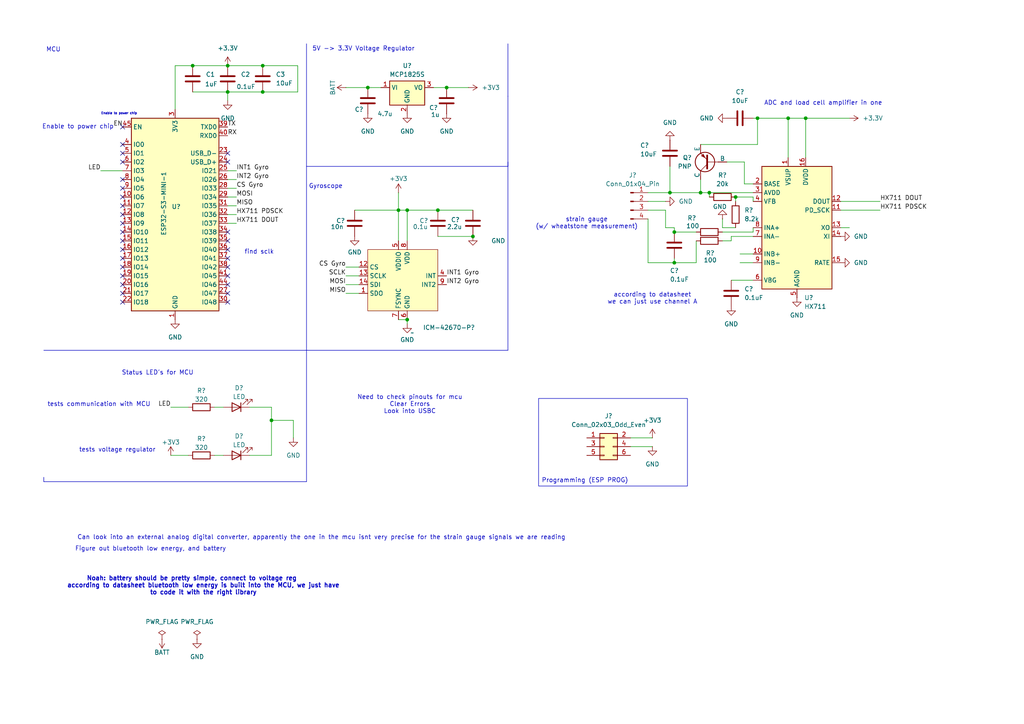
<source format=kicad_sch>
(kicad_sch (version 20250114) (generator "eeschema") (generator_version "9.0")
  (paper "A4")
  (lib_symbols
    (symbol "0_pwrmtr:ICM-42670-P"
      (property "Reference" "ICM-42670-P" (at -21.59 12.7 0))
      (symbol "ICM-42670-P_1_1"
        (rectangle (start -10.16 8.89) (end 10.16 -8.89) (fill (type background)))
        (pin input line (at -12.7 3.81 0) (length 2.54) (name "CS") (number "12"))
        (pin input line (at -12.7 1.27 0) (length 2.54) (name "SCLK") (number "13"))
        (pin input line (at -12.7 -1.27 0) (length 2.54) (name "SDI") (number "14"))
        (pin input line (at -12.7 -3.81 0) (length 2.54) (name "SDO") (number "1"))
        (pin no_connect line (at -7.62 11.43 270) (length 2.54) (hide yes) (name "NC") (number "2"))
        (pin no_connect line (at -5.08 11.43 270) (length 2.54) (hide yes) (name "NC") (number "3"))
        (pin input line (at -1.27 11.43 270) (length 2.54) (name "VDDIO") (number "5"))
        (pin input line (at -1.27 -11.43 90) (length 2.54) (name "FSYNC") (number "7"))
        (pin input line (at 1.27 11.43 270) (length 2.54) (name "VDD") (number "8"))
        (pin input line (at 1.27 -11.43 90) (length 2.54) (name "GND") (number "6"))
        (pin no_connect line (at 5.08 11.43 270) (length 2.54) (hide yes) (name "NC") (number "10"))
        (pin no_connect line (at 7.62 11.43 270) (length 2.54) (hide yes) (name "NC") (number "11"))
        (pin input line (at 12.7 1.27 180) (length 2.54) (name "INT") (number "4"))
        (pin input line (at 12.7 -1.27 180) (length 2.54) (name "INT2") (number "9"))
      )
    )
    (symbol "Analog_ADC:HX711"
      (property "Reference" "U" (at 5.08 21.59 0))
      (property "Value" "HX711" (at 7.62 19.05 0))
      (symbol "HX711_0_1"
        (rectangle (start -10.16 17.78) (end 10.16 -17.78) (stroke (width 0.254)) (fill (type background)))
      )
      (symbol "HX711_1_1"
        (pin passive line (at -12.7 12.7 0) (length 2.54) (name "BASE") (number "2"))
        (pin power_in line (at -12.7 10.16 0) (length 2.54) (name "AVDD") (number "3"))
        (pin input line (at -12.7 7.62 0) (length 2.54) (name "VFB") (number "4"))
        (pin input line (at -12.7 0 0) (length 2.54) (name "INA+") (number "8"))
        (pin input line (at -12.7 -2.54 0) (length 2.54) (name "INA-") (number "7"))
        (pin input line (at -12.7 -7.62 0) (length 2.54) (name "INB+") (number "10"))
        (pin input line (at -12.7 -10.16 0) (length 2.54) (name "INB-") (number "9"))
        (pin passive line (at -12.7 -15.24 0) (length 2.54) (name "VBG") (number "6"))
        (pin power_in line (at -2.54 20.32 270) (length 2.54) (name "VSUP") (number "1"))
        (pin power_in line (at 0 -20.32 90) (length 2.54) (name "AGND") (number "5"))
        (pin power_in line (at 2.54 20.32 270) (length 2.54) (name "DVDD") (number "16"))
        (pin output line (at 12.7 7.62 180) (length 2.54) (name "DOUT") (number "12"))
        (pin input line (at 12.7 5.08 180) (length 2.54) (name "PD_SCK") (number "11"))
        (pin passive line (at 12.7 0 180) (length 2.54) (name "XO") (number "13"))
        (pin passive line (at 12.7 -2.54 180) (length 2.54) (name "XI") (number "14"))
        (pin input line (at 12.7 -10.16 180) (length 2.54) (name "RATE") (number "15"))
      )
    )
    (symbol "Connector:Conn_01x04_Pin" (pin_names (offset 1.016) (hide yes))
      (property "Reference" "J" (at 0 5.08 0))
      (property "Value" "Conn_01x04_Pin" (at 0 -7.62 0))
      (symbol "Conn_01x04_Pin_1_1"
        (rectangle (start 0.8636 2.667) (end 0 2.413) (stroke (width 0.1524)) (fill (type outline)))
        (rectangle (start 0.8636 0.127) (end 0 -0.127) (stroke (width 0.1524)) (fill (type outline)))
        (rectangle (start 0.8636 -2.413) (end 0 -2.667) (stroke (width 0.1524)) (fill (type outline)))
        (rectangle (start 0.8636 -4.953) (end 0 -5.207) (stroke (width 0.1524)) (fill (type outline)))
        (polyline (pts (xy 1.27 2.54) (xy 0.8636 2.54)) (stroke (width 0.1524)))
        (polyline (pts (xy 1.27 0) (xy 0.8636 0)) (stroke (width 0.1524)))
        (polyline (pts (xy 1.27 -2.54) (xy 0.8636 -2.54)) (stroke (width 0.1524)))
        (polyline (pts (xy 1.27 -5.08) (xy 0.8636 -5.08)) (stroke (width 0.1524)))
        (pin passive line (at 5.08 2.54 180) (length 3.81) (name "Pin_1") (number "1"))
        (pin passive line (at 5.08 0 180) (length 3.81) (name "Pin_2") (number "2"))
        (pin passive line (at 5.08 -2.54 180) (length 3.81) (name "Pin_3") (number "3"))
        (pin passive line (at 5.08 -5.08 180) (length 3.81) (name "Pin_4") (number "4"))
      )
    )
    (symbol "Connector_Generic:Conn_02x03_Odd_Even" (pin_names (offset 1.016) (hide yes))
      (property "Reference" "J" (at 1.27 5.08 0))
      (property "Value" "Conn_02x03_Odd_Even" (at 1.27 -5.08 0))
      (symbol "Conn_02x03_Odd_Even_1_1"
        (rectangle (start -1.27 3.81) (end 3.81 -3.81) (stroke (width 0.254)) (fill (type background)))
        (rectangle (start -1.27 2.667) (end 0 2.413) (stroke (width 0.1524)))
        (rectangle (start -1.27 0.127) (end 0 -0.127) (stroke (width 0.1524)))
        (rectangle (start -1.27 -2.413) (end 0 -2.667) (stroke (width 0.1524)))
        (rectangle (start 3.81 2.667) (end 2.54 2.413) (stroke (width 0.1524)))
        (rectangle (start 3.81 0.127) (end 2.54 -0.127) (stroke (width 0.1524)))
        (rectangle (start 3.81 -2.413) (end 2.54 -2.667) (stroke (width 0.1524)))
        (pin passive line (at -5.08 2.54 0) (length 3.81) (name "Pin_1") (number "1"))
        (pin passive line (at -5.08 0 0) (length 3.81) (name "Pin_3") (number "3"))
        (pin passive line (at -5.08 -2.54 0) (length 3.81) (name "Pin_5") (number "5"))
        (pin passive line (at 7.62 2.54 180) (length 3.81) (name "Pin_2") (number "2"))
        (pin passive line (at 7.62 0 180) (length 3.81) (name "Pin_4") (number "4"))
        (pin passive line (at 7.62 -2.54 180) (length 3.81) (name "Pin_6") (number "6"))
      )
    )
    (symbol "Device:C" (pin_numbers (hide yes)) (pin_names (offset 0.254))
      (property "Reference" "C" (at 0.635 2.54 0))
      (property "Value" "C" (at 0.635 -2.54 0))
      (symbol "C_0_1"
        (polyline (pts (xy -2.032 0.762) (xy 2.032 0.762)) (stroke (width 0.508)))
        (polyline (pts (xy -2.032 -0.762) (xy 2.032 -0.762)) (stroke (width 0.508)))
      )
      (symbol "C_1_1"
        (pin passive line (at 0 3.81 270) (length 2.794) (name "~") (number "1"))
        (pin passive line (at 0 -3.81 90) (length 2.794) (name "~") (number "2"))
      )
    )
    (symbol "Device:LED" (pin_numbers (hide yes)) (pin_names (offset 1.016) (hide yes))
      (property "Reference" "D" (at 0 2.54 0))
      (property "Value" "LED" (at 0 -2.54 0))
      (symbol "LED_0_1"
        (polyline (pts (xy -3.048 -0.762) (xy -4.572 -2.286) (xy -3.81 -2.286) (xy -4.572 -2.286) (xy -4.572 -1.524)))
        (polyline (pts (xy -1.778 -0.762) (xy -3.302 -2.286) (xy -2.54 -2.286) (xy -3.302 -2.286) (xy -3.302 -1.524)))
        (polyline (pts (xy -1.27 0) (xy 1.27 0)))
        (polyline (pts (xy -1.27 -1.27) (xy -1.27 1.27)) (stroke (width 0.254)))
        (polyline (pts (xy 1.27 -1.27) (xy 1.27 1.27) (xy -1.27 0) (xy 1.27 -1.27)) (stroke (width 0.254)))
      )
      (symbol "LED_1_1"
        (pin passive line (at -3.81 0 0) (length 2.54) (name "K") (number "1"))
        (pin passive line (at 3.81 0 180) (length 2.54) (name "A") (number "2"))
      )
    )
    (symbol "Device:R" (pin_numbers (hide yes)) (pin_names (offset 0))
      (property "Reference" "R" (at 2.032 0 90))
      (property "Value" "R" (at 0 0 90))
      (symbol "R_0_1"
        (rectangle (start -1.016 -2.54) (end 1.016 2.54) (stroke (width 0.254)))
      )
      (symbol "R_1_1"
        (pin passive line (at 0 3.81 270) (length 1.27) (name "~") (number "1"))
        (pin passive line (at 0 -3.81 90) (length 1.27) (name "~") (number "2"))
      )
    )
    (symbol "RF_Module:ESP32-S3-MINI-1"
      (property "Reference" "U" (at -11.43 29.21 0))
      (property "Value" "ESP32-S3-MINI-1" (at 12.7 29.21 0))
      (symbol "ESP32-S3-MINI-1_0_1"
        (rectangle (start -12.7 27.94) (end 12.7 -27.94) (stroke (width 0.254)) (fill (type background)))
      )
      (symbol "ESP32-S3-MINI-1_1_1"
        (pin input line (at -15.24 25.4 0) (length 2.54) (name "EN") (number "45"))
        (pin bidirectional line (at -15.24 20.32 0) (length 2.54) (name "IO0") (number "4"))
        (pin bidirectional line (at -15.24 17.78 0) (length 2.54) (name "IO1") (number "5"))
        (pin bidirectional line (at -15.24 15.24 0) (length 2.54) (name "IO2") (number "6"))
        (pin bidirectional line (at -15.24 12.7 0) (length 2.54) (name "IO3") (number "7"))
        (pin bidirectional line (at -15.24 10.16 0) (length 2.54) (name "IO4") (number "8"))
        (pin bidirectional line (at -15.24 7.62 0) (length 2.54) (name "IO5") (number "9"))
        (pin bidirectional line (at -15.24 5.08 0) (length 2.54) (name "IO6") (number "10"))
        (pin bidirectional line (at -15.24 2.54 0) (length 2.54) (name "IO7") (number "11"))
        (pin bidirectional line (at -15.24 0 0) (length 2.54) (name "IO8") (number "12"))
        (pin bidirectional line (at -15.24 -2.54 0) (length 2.54) (name "IO9") (number "13"))
        (pin bidirectional line (at -15.24 -5.08 0) (length 2.54) (name "IO10") (number "14"))
        (pin bidirectional line (at -15.24 -7.62 0) (length 2.54) (name "IO11") (number "15"))
        (pin bidirectional line (at -15.24 -10.16 0) (length 2.54) (name "IO12") (number "16"))
        (pin bidirectional line (at -15.24 -12.7 0) (length 2.54) (name "IO13") (number "17"))
        (pin bidirectional line (at -15.24 -15.24 0) (length 2.54) (name "IO14") (number "18"))
        (pin bidirectional line (at -15.24 -17.78 0) (length 2.54) (name "IO15") (number "19"))
        (pin bidirectional line (at -15.24 -20.32 0) (length 2.54) (name "IO16") (number "20"))
        (pin bidirectional line (at -15.24 -22.86 0) (length 2.54) (name "IO17") (number "21"))
        (pin bidirectional line (at -15.24 -25.4 0) (length 2.54) (name "IO18") (number "22"))
        (pin power_in line (at 0 30.48 270) (length 2.54) (name "3V3") (number "3"))
        (pin power_in line (at 0 -30.48 90) (length 2.54) (name "GND") (number "1"))
        (pin passive line (at 0 -30.48 90) (length 2.54) (hide yes) (name "GND") (number "2"))
        (pin passive line (at 0 -30.48 90) (length 2.54) (hide yes) (name "GND") (number "42"))
        (pin passive line (at 0 -30.48 90) (length 2.54) (hide yes) (name "GND") (number "43"))
        (pin passive line (at 0 -30.48 90) (length 2.54) (hide yes) (name "GND") (number "46"))
        (pin passive line (at 0 -30.48 90) (length 2.54) (hide yes) (name "GND") (number "47"))
        (pin passive line (at 0 -30.48 90) (length 2.54) (hide yes) (name "GND") (number "48"))
        (pin passive line (at 0 -30.48 90) (length 2.54) (hide yes) (name "GND") (number "49"))
        (pin passive line (at 0 -30.48 90) (length 2.54) (hide yes) (name "GND") (number "50"))
        (pin passive line (at 0 -30.48 90) (length 2.54) (hide yes) (name "GND") (number "51"))
        (pin passive line (at 0 -30.48 90) (length 2.54) (hide yes) (name "GND") (number "52"))
        (pin passive line (at 0 -30.48 90) (length 2.54) (hide yes) (name "GND") (number "53"))
        (pin passive line (at 0 -30.48 90) (length 2.54) (hide yes) (name "GND") (number "54"))
        (pin passive line (at 0 -30.48 90) (length 2.54) (hide yes) (name "GND") (number "55"))
        (pin passive line (at 0 -30.48 90) (length 2.54) (hide yes) (name "GND") (number "56"))
        (pin passive line (at 0 -30.48 90) (length 2.54) (hide yes) (name "GND") (number "57"))
        (pin passive line (at 0 -30.48 90) (length 2.54) (hide yes) (name "GND") (number "58"))
        (pin passive line (at 0 -30.48 90) (length 2.54) (hide yes) (name "GND") (number "59"))
        (pin passive line (at 0 -30.48 90) (length 2.54) (hide yes) (name "GND") (number "60"))
        (pin passive line (at 0 -30.48 90) (length 2.54) (hide yes) (name "GND") (number "61"))
        (pin passive line (at 0 -30.48 90) (length 2.54) (hide yes) (name "GND") (number "62"))
        (pin passive line (at 0 -30.48 90) (length 2.54) (hide yes) (name "GND") (number "63"))
        (pin passive line (at 0 -30.48 90) (length 2.54) (hide yes) (name "GND") (number "64"))
        (pin passive line (at 0 -30.48 90) (length 2.54) (hide yes) (name "GND") (number "65"))
        (pin bidirectional line (at 15.24 25.4 180) (length 2.54) (name "TXD0") (number "39"))
        (pin bidirectional line (at 15.24 22.86 180) (length 2.54) (name "RXD0") (number "40"))
        (pin bidirectional line (at 15.24 17.78 180) (length 2.54) (name "USB_D-") (number "23"))
        (pin bidirectional line (at 15.24 15.24 180) (length 2.54) (name "USB_D+") (number "24"))
        (pin bidirectional line (at 15.24 12.7 180) (length 2.54) (name "IO21") (number "25"))
        (pin bidirectional line (at 15.24 10.16 180) (length 2.54) (name "IO26") (number "26"))
        (pin bidirectional line (at 15.24 7.62 180) (length 2.54) (name "IO33") (number "28"))
        (pin bidirectional line (at 15.24 5.08 180) (length 2.54) (name "IO34") (number "29"))
        (pin bidirectional line (at 15.24 2.54 180) (length 2.54) (name "IO35") (number "31"))
        (pin bidirectional line (at 15.24 0 180) (length 2.54) (name "IO36") (number "32"))
        (pin bidirectional line (at 15.24 -2.54 180) (length 2.54) (name "IO37") (number "33"))
        (pin bidirectional line (at 15.24 -5.08 180) (length 2.54) (name "IO38") (number "34"))
        (pin bidirectional line (at 15.24 -7.62 180) (length 2.54) (name "IO39") (number "35"))
        (pin bidirectional line (at 15.24 -10.16 180) (length 2.54) (name "IO40") (number "36"))
        (pin bidirectional line (at 15.24 -12.7 180) (length 2.54) (name "IO41") (number "37"))
        (pin bidirectional line (at 15.24 -15.24 180) (length 2.54) (name "IO42") (number "38"))
        (pin bidirectional line (at 15.24 -17.78 180) (length 2.54) (name "IO45") (number "41"))
        (pin bidirectional line (at 15.24 -20.32 180) (length 2.54) (name "IO46") (number "44"))
        (pin bidirectional line (at 15.24 -22.86 180) (length 2.54) (name "IO47") (number "27"))
        (pin bidirectional line (at 15.24 -25.4 180) (length 2.54) (name "IO48") (number "30"))
      )
    )
    (symbol "Regulator_Linear:MCP1825S"
      (property "Reference" "U" (at -3.81 3.175 0))
      (property "Value" "MCP1825S" (at 0 3.175 0))
      (symbol "MCP1825S_0_1"
        (rectangle (start -5.08 1.905) (end 5.08 -5.08) (stroke (width 0.254)) (fill (type background)))
      )
      (symbol "MCP1825S_1_1"
        (pin power_in line (at -7.62 0 0) (length 2.54) (name "VI") (number "1"))
        (pin power_in line (at 0 -7.62 90) (length 2.54) (name "GND") (number "2"))
        (pin power_out line (at 7.62 0 180) (length 2.54) (name "VO") (number "3"))
      )
    )
    (symbol "Simulation_SPICE:PNP" (pin_numbers (hide yes)) (pin_names (offset 0))
      (property "Reference" "Q" (at -2.54 7.62 0))
      (property "Value" "PNP" (at -2.54 5.08 0))
      (symbol "PNP_0_1"
        (polyline (pts (xy -2.54 0) (xy 0.635 0)) (stroke (width 0.1524)))
        (polyline (pts (xy 0.635 1.905) (xy 0.635 -1.905) (xy 0.635 -1.905)) (stroke (width 0.508)))
        (polyline (pts (xy 0.635 0.635) (xy 2.54 2.54)))
        (polyline (pts (xy 0.635 -0.635) (xy 2.54 -2.54) (xy 2.54 -2.54)))
        (circle (center 1.27 0) (radius 2.8194) (stroke (width 0.254)))
        (polyline (pts (xy 2.286 -1.778) (xy 1.778 -2.286) (xy 1.27 -1.27) (xy 2.286 -1.778) (xy 2.286 -1.778)) (fill (type outline)))
      )
      (symbol "PNP_1_1"
        (pin input line (at -5.08 0 0) (length 2.54) (name "B") (number "2"))
        (pin open_collector line (at 2.54 5.08 270) (length 2.54) (name "C") (number "1"))
        (pin open_emitter line (at 2.54 -5.08 90) (length 2.54) (name "E") (number "3"))
      )
    )
    (symbol "power:+3.3V" (power) (pin_numbers (hide yes)) (pin_names (offset 0) (hide yes))
      (property "Value" "+3.3V" (at 0 3.556 0))
      (symbol "+3.3V_0_1"
        (polyline (pts (xy -0.762 1.27) (xy 0 2.54)))
        (polyline (pts (xy 0 2.54) (xy 0.762 1.27)))
        (polyline (pts (xy 0 0) (xy 0 2.54)))
      )
      (symbol "+3.3V_1_1"
        (pin power_in line (at 0 0 90) (length 0) (name "~") (number "1"))
      )
    )
    (symbol "power:+3V3" (power) (pin_numbers (hide yes)) (pin_names (offset 0) (hide yes))
      (property "Value" "+3V3" (at 0 3.556 0))
      (symbol "+3V3_0_1"
        (polyline (pts (xy -0.762 1.27) (xy 0 2.54)))
        (polyline (pts (xy 0 2.54) (xy 0.762 1.27)))
        (polyline (pts (xy 0 0) (xy 0 2.54)))
      )
      (symbol "+3V3_1_1"
        (pin power_in line (at 0 0 90) (length 0) (name "~") (number "1"))
      )
    )
    (symbol "power:+5V" (power) (pin_numbers (hide yes)) (pin_names (offset 0) (hide yes))
      (property "Value" "+5V" (at 0 3.556 0))
      (symbol "+5V_0_1"
        (polyline (pts (xy -0.762 1.27) (xy 0 2.54)))
        (polyline (pts (xy 0 2.54) (xy 0.762 1.27)))
        (polyline (pts (xy 0 0) (xy 0 2.54)))
      )
      (symbol "+5V_1_1"
        (pin power_in line (at 0 0 90) (length 0) (name "~") (number "1"))
      )
    )
    (symbol "power:+BATT" (power) (pin_numbers (hide yes)) (pin_names (offset 0) (hide yes))
      (property "Value" "+BATT" (at 0 3.556 0))
      (symbol "+BATT_0_1"
        (polyline (pts (xy -0.762 1.27) (xy 0 2.54)))
        (polyline (pts (xy 0 2.54) (xy 0.762 1.27)))
        (polyline (pts (xy 0 0) (xy 0 2.54)))
      )
      (symbol "+BATT_1_1"
        (pin power_in line (at 0 0 90) (length 0) (name "~") (number "1"))
      )
    )
    (symbol "power:GND" (power) (pin_numbers (hide yes)) (pin_names (offset 0) (hide yes))
      (property "Value" "GND" (at 0 -3.81 0))
      (symbol "GND_0_1"
        (polyline (pts (xy 0 0) (xy 0 -1.27) (xy 1.27 -1.27) (xy 0 -2.54) (xy -1.27 -1.27) (xy 0 -1.27)))
      )
      (symbol "GND_1_1"
        (pin power_in line (at 0 0 270) (length 0) (name "~") (number "1"))
      )
    )
    (symbol "power:PWR_FLAG" (power) (pin_numbers (hide yes)) (pin_names (offset 0) (hide yes))
      (property "Value" "PWR_FLAG" (at 0 3.81 0))
      (symbol "PWR_FLAG_0_0"
        (pin power_out line (at 0 0 90) (length 0) (name "~") (number "1"))
      )
      (symbol "PWR_FLAG_0_1"
        (polyline (pts (xy 0 0) (xy 0 1.27) (xy -1.016 1.905) (xy 0 2.54) (xy 1.016 1.905) (xy 0 1.27)))
      )
    )
  )
  (rectangle (start 156.21 115.57) (end 199.39 140.97))
  (text "Enable to power chip" (at 22.606 36.83 0) (effects (font (size 1.27 1.27))))
  (text "Enable to power chip\n" (at 34.544 33.02 0) (effects (font (size 0.635 0.635))))
  (text "strain gauge\n(w/ wheatstone measurement)\n" (at 170.18 64.77 0) (effects (font (size 1.27 1.27))))
  (text "Programming (ESP PROG)" (at 169.672 139.446 0) (effects (font (size 1.27 1.27))))
  (text "5V -> 3.3V Voltage Regulator " (at 105.918 14.224 0) (effects (font (size 1.27 1.27))))
  (text "Noah: battery should be pretty simple, connect to voltage reg\n	  according to datasheet bluetooth low energy is built into the MCU, we just have\n	  to code it with the right library\n" (at 55.626 169.926 0) (effects (font (size 1.27 1.27) (thickness 0.254) (bold yes))))
  (text "tests voltage regulator\n" (at 34.036 130.556 0) (effects (font (size 1.27 1.27))))
  (text "Need to check pinouts for mcu\nClear Errors\nLook into USBC" (at 118.872 117.348 0) (effects (font (size 1.27 1.27))))
  (text "Figure out bluetooth low energy, and battery" (at 43.688 159.258 0) (effects (font (size 1.27 1.27))))
  (text "Can look into an external analog digital converter, apparently the one in the mcu isnt very precise for the strain gauge signals we are reading" (at 93.218 155.956 0) (effects (font (size 1.27 1.27))))
  (text "ADC and load cell amplifier in one\n\n" (at 238.76 30.988 0) (effects (font (size 1.27 1.27))))
  (text "according to datasheet\nwe can just use channel A\n" (at 189.23 86.614 0) (effects (font (size 1.27 1.27))))
  (text "Status LED's for MCU\n" (at 45.72 108.204 0) (effects (font (size 1.27 1.27))))
  (text "Gyroscope" (at 94.488 54.102 0) (effects (font (size 1.27 1.27))))
  (text "tests communication with MCU\n" (at 28.702 117.348 0) (effects (font (size 1.27 1.27))))
  (text "MCU" (at 15.494 14.478 0) (effects (font (size 1.27 1.27))))
  (text "find sclk\n" (at 75.184 73.152 0) (effects (font (size 1.27 1.27))))
  (junction (at 205.74 55.88))
  (junction (at 219.71 34.29))
  (junction (at 129.54 25.4))
  (junction (at 55.88 19.05))
  (junction (at 78.74 121.92))
  (junction (at 203.2 55.88))
  (junction (at 195.58 76.2))
  (junction (at 228.6 34.29))
  (junction (at 118.11 60.96))
  (junction (at 195.58 67.31))
  (junction (at 76.2 19.05))
  (junction (at 115.57 60.96))
  (junction (at 194.31 55.88))
  (junction (at 213.36 57.15))
  (junction (at 66.04 19.05))
  (junction (at 137.16 68.58))
  (junction (at 233.68 34.29))
  (junction (at 76.2 26.67))
  (junction (at 106.68 25.4))
  (junction (at 118.11 92.71))
  (junction (at 127 60.96))
  (junction (at 66.04 26.67))
  (no_connect (at 35.56 41.91))
  (no_connect (at 35.56 87.63))
  (no_connect (at 35.56 57.15))
  (no_connect (at 35.56 46.99))
  (no_connect (at 35.56 67.31))
  (no_connect (at 35.56 62.23))
  (no_connect (at 66.04 44.45))
  (no_connect (at 35.56 80.01))
  (no_connect (at 35.56 85.09))
  (no_connect (at 35.56 59.69))
  (no_connect (at 66.04 74.93))
  (no_connect (at 35.56 44.45))
  (no_connect (at 35.56 69.85))
  (no_connect (at 66.04 80.01))
  (no_connect (at 35.56 74.93))
  (no_connect (at 35.56 54.61))
  (no_connect (at 66.04 72.39))
  (no_connect (at 66.04 85.09))
  (no_connect (at 35.56 72.39))
  (no_connect (at 35.56 64.77))
  (no_connect (at 35.56 36.83))
  (no_connect (at 66.04 69.85))
  (no_connect (at 35.56 82.55))
  (no_connect (at 66.04 77.47))
  (no_connect (at 66.04 67.31))
  (no_connect (at 35.56 77.47))
  (no_connect (at 66.04 87.63))
  (no_connect (at 35.56 52.07))
  (no_connect (at 66.04 46.99))
  (no_connect (at 66.04 82.55))
  (wire (pts (xy 50.8 19.05) (xy 55.88 19.05)))
  (wire (pts (xy 214.63 76.2) (xy 218.44 76.2)))
  (wire (pts (xy 205.74 55.88) (xy 218.44 55.88)))
  (wire (pts (xy 115.57 92.71) (xy 118.11 92.71)))
  (wire (pts (xy 102.87 60.96) (xy 115.57 60.96)))
  (wire (pts (xy 100.33 80.01) (xy 104.14 80.01)))
  (wire (pts (xy 115.57 60.96) (xy 118.11 60.96)))
  (wire (pts (xy 215.9 46.99) (xy 215.9 53.34)))
  (wire (pts (xy 100.33 85.09) (xy 104.14 85.09)))
  (wire (pts (xy 203.2 52.07) (xy 203.2 55.88)))
  (wire (pts (xy 66.04 26.67) (xy 76.2 26.67)))
  (wire (pts (xy 201.93 67.31) (xy 195.58 67.31)))
  (wire (pts (xy 214.63 73.66) (xy 218.44 73.66)))
  (wire (pts (xy 118.11 93.98) (xy 118.11 92.71)))
  (wire (pts (xy 194.31 55.88) (xy 203.2 55.88)))
  (polyline (pts (xy 147.32 101.6) (xy 147.32 46.99)))
  (wire (pts (xy 194.31 48.26) (xy 194.31 55.88)))
  (wire (pts (xy 189.23 127) (xy 182.88 127)))
  (wire (pts (xy 187.96 76.2) (xy 195.58 76.2)))
  (wire (pts (xy 66.04 19.05) (xy 76.2 19.05)))
  (wire (pts (xy 215.9 53.34) (xy 218.44 53.34)))
  (wire (pts (xy 195.58 74.93) (xy 195.58 76.2)))
  (wire (pts (xy 49.53 118.11) (xy 54.61 118.11)))
  (wire (pts (xy 228.6 34.29) (xy 228.6 45.72)))
  (wire (pts (xy 62.23 118.11) (xy 64.77 118.11)))
  (wire (pts (xy 209.55 67.31) (xy 218.44 67.31)))
  (wire (pts (xy 127 60.96) (xy 137.16 60.96)))
  (wire (pts (xy 66.04 26.67) (xy 66.04 29.21)))
  (wire (pts (xy 212.09 69.85) (xy 212.09 68.58)))
  (wire (pts (xy 115.57 55.88) (xy 115.57 60.96)))
  (wire (pts (xy 66.04 64.77) (xy 68.58 64.77)))
  (wire (pts (xy 219.71 34.29) (xy 219.71 41.91)))
  (wire (pts (xy 212.09 68.58) (xy 218.44 68.58)))
  (wire (pts (xy 203.2 55.88) (xy 205.74 55.88)))
  (wire (pts (xy 203.2 41.91) (xy 219.71 41.91)))
  (wire (pts (xy 195.58 66.04) (xy 195.58 67.31)))
  (wire (pts (xy 66.04 59.69) (xy 68.58 59.69)))
  (wire (pts (xy 118.11 69.85) (xy 118.11 60.96)))
  (wire (pts (xy 243.84 58.42) (xy 255.27 58.42)))
  (wire (pts (xy 213.36 57.15) (xy 218.44 57.15)))
  (wire (pts (xy 135.89 25.4) (xy 129.54 25.4)))
  (polyline (pts (xy 88.9 12.7) (xy 88.9 101.6)))
  (polyline (pts (xy 147.32 12.7) (xy 147.32 48.26)))
  (wire (pts (xy 209.55 69.85) (xy 212.09 69.85)))
  (wire (pts (xy 127 68.58) (xy 137.16 68.58)))
  (wire (pts (xy 209.55 63.5) (xy 209.55 66.04)))
  (wire (pts (xy 78.74 118.11) (xy 78.74 121.92)))
  (wire (pts (xy 55.88 19.05) (xy 66.04 19.05)))
  (wire (pts (xy 118.11 60.96) (xy 127 60.96)))
  (wire (pts (xy 62.23 132.08) (xy 64.77 132.08)))
  (wire (pts (xy 66.04 52.07) (xy 68.58 52.07)))
  (wire (pts (xy 189.23 129.54) (xy 182.88 129.54)))
  (wire (pts (xy 218.44 34.29) (xy 219.71 34.29)))
  (wire (pts (xy 66.04 57.15) (xy 68.58 57.15)))
  (wire (pts (xy 228.6 34.29) (xy 233.68 34.29)))
  (wire (pts (xy 193.04 60.96) (xy 187.96 60.96)))
  (polyline (pts (xy 88.9 101.6) (xy 88.9 139.7)))
  (polyline (pts (xy 88.9 101.6) (xy 147.32 101.6)))
  (wire (pts (xy 100.33 25.4) (xy 106.68 25.4)))
  (wire (pts (xy 100.33 77.47) (xy 104.14 77.47)))
  (wire (pts (xy 66.04 49.53) (xy 68.58 49.53)))
  (wire (pts (xy 195.58 66.04) (xy 193.04 66.04)))
  (wire (pts (xy 106.68 25.4) (xy 110.49 25.4)))
  (wire (pts (xy 100.33 82.55) (xy 104.14 82.55)))
  (wire (pts (xy 213.36 57.15) (xy 213.36 58.42)))
  (wire (pts (xy 243.84 66.04) (xy 246.38 66.04)))
  (wire (pts (xy 193.04 66.04) (xy 193.04 60.96)))
  (wire (pts (xy 50.8 31.75) (xy 50.8 19.05)))
  (wire (pts (xy 201.93 69.85) (xy 201.93 76.2)))
  (wire (pts (xy 78.74 121.92) (xy 78.74 132.08)))
  (polyline (pts (xy 88.9 139.7) (xy 12.7 139.7)))
  (wire (pts (xy 72.39 118.11) (xy 78.74 118.11)))
  (wire (pts (xy 29.21 49.53) (xy 35.56 49.53)))
  (wire (pts (xy 205.74 55.88) (xy 205.74 57.15)))
  (wire (pts (xy 195.58 76.2) (xy 201.93 76.2)))
  (wire (pts (xy 219.71 34.29) (xy 228.6 34.29)))
  (polyline (pts (xy 12.7 138.43) (xy 12.7 139.7)))
  (wire (pts (xy 66.04 62.23) (xy 68.58 62.23)))
  (wire (pts (xy 212.09 81.28) (xy 218.44 81.28)))
  (wire (pts (xy 76.2 19.05) (xy 86.36 19.05)))
  (polyline (pts (xy 88.9 48.26) (xy 147.32 48.26)))
  (wire (pts (xy 129.54 25.4) (xy 125.73 25.4)))
  (wire (pts (xy 49.53 132.08) (xy 54.61 132.08)))
  (wire (pts (xy 233.68 34.29) (xy 233.68 45.72)))
  (wire (pts (xy 86.36 19.05) (xy 86.36 26.67)))
  (wire (pts (xy 218.44 57.15) (xy 218.44 58.42)))
  (wire (pts (xy 243.84 60.96) (xy 255.27 60.96)))
  (wire (pts (xy 66.04 54.61) (xy 68.58 54.61)))
  (wire (pts (xy 78.74 121.92) (xy 85.09 121.92)))
  (wire (pts (xy 193.04 58.42) (xy 187.96 58.42)))
  (wire (pts (xy 72.39 132.08) (xy 78.74 132.08)))
  (wire (pts (xy 115.57 60.96) (xy 115.57 69.85)))
  (wire (pts (xy 233.68 34.29) (xy 246.38 34.29)))
  (wire (pts (xy 213.36 66.04) (xy 209.55 66.04)))
  (wire (pts (xy 187.96 63.5) (xy 187.96 76.2)))
  (polyline (pts (xy 147.32 27.94) (xy 147.32 27.94)))
  (wire (pts (xy 55.88 26.67) (xy 66.04 26.67)))
  (wire (pts (xy 187.96 55.88) (xy 194.31 55.88)))
  (polyline (pts (xy 12.7 101.6) (xy 88.9 101.6)))
  (wire (pts (xy 218.44 67.31) (xy 218.44 66.04)))
  (wire (pts (xy 76.2 26.67) (xy 86.36 26.67)))
  (wire (pts (xy 210.82 46.99) (xy 215.9 46.99)))
  (wire (pts (xy 85.09 121.92) (xy 85.09 127)))
  (label "LED" (at 29.21 49.53 180))
  (label "" (at 80.01 43.18 0))
  (label "MISO" (at 100.33 85.09 180))
  (label "INT1 Gyro" (at 129.54 80.01 0))
  (label "" (at 74.93 53.34 0))
  (label "INT1 Gyro" (at 68.58 49.53 0))
  (label "INT2 Gyro" (at 129.54 82.55 0))
  (label "MOSI" (at 100.33 82.55 180))
  (label "CS Gyro" (at 100.33 77.47 180))
  (label "MOSI" (at 68.58 57.15 0))
  (label "TX" (at 66.04 36.83 0))
  (label "HX711 DOUT" (at 68.58 64.77 0))
  (label "HX711 DOUT" (at 255.27 58.42 0))
  (label "MISO" (at 68.58 59.69 0))
  (label "SCLK" (at 100.33 80.01 180))
  (label "HX711 PDSCK" (at 255.27 60.96 0))
  (label "EN" (at 35.56 36.83 180))
  (label "RX" (at 66.04 39.37 0))
  (label "LED" (at 49.53 118.11 180))
  (label "HX711 PDSCK" (at 68.58 62.23 0))
  (label "CS Gyro" (at 68.58 54.61 0))
  (label "INT2 Gyro" (at 68.58 52.07 0))
  (symbol (lib_id "Device:LED") (at 68.58 118.11 180) (unit 1)
    (property "Reference" "D?" (at 69.342 112.522 0))
    (property "Value" "LED" (at 69.342 115.062 0))
    (property "Footprint" "LED_SMD:LED_0402_1005Metric" (effects (hide yes)))
    (property "Description" "Light emitting diode" (effects (hide yes)))
  )
  (symbol (lib_id "RF_Module:ESP32-S3-MINI-1") (at 50.8 62.23 0) (unit 1)
    (property "Reference" "U?" (at 49.784 59.944 0) (effects (justify left)))
    (property "Value" "ESP32-S3-MINI-1" (at 47.498 68.326 90) (effects (justify left)))
    (property "Footprint" "RF_Module:ESP32-S2-MINI-1" (effects (hide yes)))
    (property "Datasheet" "https://www.espressif.com/sites/default/files/documentation/esp32-s3-mini-1_mini-1u_datasheet_en.pdf" (effects (hide yes)))
    (property "Description" "RF Module, ESP32-S3 SoC, Wi-Fi 802.11b/g/n, Bluetooth, BLE, 32-bit, 3.3V, SMD, onboard antenna" (effects (hide yes)))
  )
  (symbol (lib_id "Device:C") (at 66.04 22.86 0) (unit 1)
    (property "Reference" "C2" (at 69.85 21.5899 0) (effects (justify left)))
    (property "Value" "0.1uF" (at 68.58 25.146 0) (effects (justify left)))
    (property "Description" "Unpolarized capacitor" (effects (hide yes)))
  )
  (symbol (lib_id "Device:C") (at 102.87 64.77 180) (unit 1)
    (property "Reference" "C?" (at 98.806 64.008 0))
    (property "Value" "10n" (at 97.79 65.786 0))
    (property "Footprint" "Capacitor_SMD:C_0402_1005Metric" (effects (hide yes)))
    (property "Description" "Unpolarized capacitor" (effects (hide yes)))
  )
  (symbol (lib_id "Device:R") (at 205.74 69.85 270) (unit 1)
    (property "Reference" "R?" (at 205.994 73.406 90))
    (property "Value" "100" (at 200.914 65.532 90))
    (property "Description" "Resistor" (effects (hide yes)))
  )
  (symbol (lib_id "power:+5V") (at 46.99 185.42 180) (unit 1)
    (property "Reference" "#PWR0125" (effects (hide yes)))
    (property "Value" "BATT" (at 46.99 189.23 0))
    (property "Description" "Power symbol creates a global label with name \"+5V\"" (effects (hide yes)))
  )
  (symbol (lib_id "power:GND") (at 194.31 40.64 180) (unit 1)
    (property "Reference" "#PWR0104" (effects (hide yes)))
    (property "Value" "GND" (at 194.31 35.56 0))
    (property "Description" "Power symbol creates a global label with name \"GND\" , ground" (effects (hide yes)))
  )
  (symbol (lib_id "0_pwrmtr:ICM-42670-P") (at 116.84 81.28 0) (unit 1)
    (property "Reference" "ICM-42670-P?" (at 122.682 94.996 0) (effects (justify left)))
    (property "Value" "~" (at 119.0341 96.52 0) (effects (justify left)))
    (property "Footprint" "Package_LGA:LGA-14_3x2.5mm_P0.5mm_LayoutBorder3x4y" (effects (hide yes)))
  )
  (symbol (lib_id "power:GND") (at 118.11 33.02 0) (unit 1)
    (property "Reference" "#PWR0105" (effects (hide yes)))
    (property "Value" "GND" (at 118.11 38.1 0))
  )
  (symbol (lib_id "power:GND") (at 243.84 68.58 90) (unit 1)
    (property "Reference" "#PWR0118" (effects (hide yes)))
    (property "Value" "GND" (at 247.65 68.5799 90) (effects (justify right)))
    (property "Description" "Power symbol creates a global label with name \"GND\" , ground" (effects (hide yes)))
  )
  (symbol (lib_id "Regulator_Linear:MCP1825S") (at 118.11 25.4 0) (unit 1)
    (property "Reference" "U?" (at 118.11 19.05 0))
    (property "Value" "MCP1825S" (at 118.11 21.59 0))
    (property "Footprint" "Package_TO_SOT_SMD:SOT-223-3_TabPin2" (effects (hide yes)))
    (property "Datasheet" "http://ww1.microchip.com/downloads/en/devicedoc/22056b.pdf" (effects (hide yes)))
    (property "Description" "500mA, Low-Voltage, Low Quiescent Current LDO Regulator, SOT-223, TO-220, TO-263" (effects (hide yes)))
  )
  (symbol (lib_id "power:+3.3V") (at 135.89 25.4 270) (unit 1)
    (property "Reference" "#PWR0116" (effects (hide yes)))
    (property "Value" "+3V3" (at 139.7 25.3999 90) (effects (justify left)))
  )
  (symbol (lib_id "Device:C") (at 106.68 29.21 180) (unit 1)
    (property "Reference" "C?" (at 102.87 31.75 0) (effects (justify right)))
    (property "Value" "4.7u" (at 109.474 33.02 0) (effects (justify right)))
    (property "Footprint" "Capacitor_SMD:C_0402_1005Metric" (effects (hide yes)))
  )
  (symbol (lib_id "power:GND") (at 102.87 68.58 0) (unit 1)
    (property "Reference" "#PWR0110" (effects (hide yes)))
    (property "Value" "GND" (at 102.87 73.152 0))
    (property "Description" "Power symbol creates a global label with name \"GND\" , ground" (effects (hide yes)))
  )
  (symbol (lib_id "Device:R") (at 58.42 132.08 90) (unit 1)
    (property "Reference" "R?" (at 58.42 127.254 90))
    (property "Value" "320" (at 58.42 129.794 90))
    (property "Footprint" "Resistor_SMD:R_0402_1005Metric" (effects (hide yes)))
    (property "Description" "Resistor" (effects (hide yes)))
  )
  (symbol (lib_id "power:+3V3") (at 189.23 127 0) (unit 1)
    (property "Reference" "#PWR0102" (effects (hide yes)))
    (property "Value" "+3V3" (at 189.23 121.92 0))
    (property "Description" "Power symbol creates a global label with name \"+3V3\"" (effects (hide yes)))
  )
  (symbol (lib_id "power:GND") (at 212.09 88.9 0) (unit 1)
    (property "Reference" "#PWR0101" (effects (hide yes)))
    (property "Value" "GND" (at 212.09 93.98 0))
    (property "Description" "Power symbol creates a global label with name \"GND\" , ground" (effects (hide yes)))
  )
  (symbol (lib_id "power:GND") (at 210.82 34.29 270) (unit 1)
    (property "Reference" "#PWR0107" (effects (hide yes)))
    (property "Value" "GND" (at 207.01 34.2899 90) (effects (justify right)))
    (property "Description" "Power symbol creates a global label with name \"GND\" , ground" (effects (hide yes)))
  )
  (symbol (lib_id "power:GND") (at 106.68 33.02 0) (unit 1)
    (property "Reference" "#PWR0114" (effects (hide yes)))
    (property "Value" "GND" (at 106.68 38.1 0))
  )
  (symbol (lib_id "power:+3V3") (at 115.57 55.88 0) (unit 1)
    (property "Reference" "#PWR0112" (effects (hide yes)))
    (property "Value" "+3V3" (at 115.57 51.816 0))
    (property "Description" "Power symbol creates a global label with name \"+3V3\"" (effects (hide yes)))
  )
  (symbol (lib_id "Connector:Conn_01x04_Pin") (at 182.88 58.42 0) (unit 1)
    (property "Reference" "J?" (at 183.515 50.8 0))
    (property "Value" "Conn_01x04_Pin" (at 183.515 53.34 0))
    (property "Footprint" "Connector_JST:JST_EH_S4B-EH_1x04_P2.50mm_Horizontal" (effects (hide yes)))
    (property "Description" "Generic connector, single row, 01x04, script generated" (effects (hide yes)))
  )
  (symbol (lib_id "power:GND") (at 129.54 33.02 0) (unit 1)
    (property "Reference" "#PWR0106" (effects (hide yes)))
    (property "Value" "GND" (at 129.54 38.1 0))
  )
  (symbol (lib_id "power:PWR_FLAG") (at 57.15 185.42 0) (unit 1)
    (property "Reference" "#FLG0102" (effects (hide yes)))
    (property "Value" "PWR_FLAG" (at 57.15 180.34 0))
    (property "Description" "Special symbol for telling ERC where power comes from" (effects (hide yes)))
  )
  (symbol (lib_id "power:GND") (at 57.15 185.42 0) (unit 1)
    (property "Reference" "#PWR0126" (effects (hide yes)))
    (property "Value" "GND" (at 57.15 190.5 0))
    (property "Description" "Power symbol creates a global label with name \"GND\" , ground" (effects (hide yes)))
  )
  (symbol (lib_id "power:GND") (at 189.23 129.54 0) (unit 1)
    (property "Reference" "#PWR0103" (effects (hide yes)))
    (property "Value" "GND" (at 189.23 134.62 0))
    (property "Description" "Power symbol creates a global label with name \"GND\" , ground" (effects (hide yes)))
  )
  (symbol (lib_id "Device:C") (at 212.09 85.09 0) (unit 1)
    (property "Reference" "C?" (at 215.9 83.8199 0) (effects (justify left)))
    (property "Value" "0.1uF" (at 215.9 86.3599 0) (effects (justify left)))
    (property "Description" "Unpolarized capacitor" (effects (hide yes)))
  )
  (symbol (lib_id "Device:C") (at 214.63 34.29 270) (unit 1)
    (property "Reference" "C?" (at 214.63 26.67 90))
    (property "Value" "10uF" (at 214.63 29.21 90))
    (property "Description" "Unpolarized capacitor" (effects (hide yes)))
  )
  (symbol (lib_id "power:GND") (at 243.84 76.2 90) (unit 1)
    (property "Reference" "#PWR0120" (effects (hide yes)))
    (property "Value" "GND" (at 247.65 76.1999 90) (effects (justify right)))
    (property "Description" "Power symbol creates a global label with name \"GND\" , ground" (effects (hide yes)))
  )
  (symbol (lib_id "power:GND") (at 118.11 93.98 0) (unit 1)
    (property "Reference" "#PWR0111" (effects (hide yes)))
    (property "Value" "GND" (at 118.11 98.552 0))
    (property "Description" "Power symbol creates a global label with name \"GND\" , ground" (effects (hide yes)))
  )
  (symbol (lib_id "Device:C") (at 194.31 44.45 0) (unit 1)
    (property "Reference" "C?" (at 185.674 42.164 0) (effects (justify left)))
    (property "Value" "10uF" (at 185.674 44.704 0) (effects (justify left)))
    (property "Description" "Unpolarized capacitor" (effects (hide yes)))
  )
  (symbol (lib_id "power:GND") (at 66.04 29.21 0) (unit 1)
    (property "Reference" "#PWR0124" (effects (hide yes)))
    (property "Value" "GND" (at 66.04 34.29 0))
    (property "Description" "Power symbol creates a global label with name \"GND\" , ground" (effects (hide yes)))
  )
  (symbol (lib_id "power:GND") (at 50.8 92.71 0) (unit 1)
    (property "Reference" "#PWR0123" (effects (hide yes)))
    (property "Value" "GND" (at 50.8 97.79 0))
    (property "Description" "Power symbol creates a global label with name \"GND\" , ground" (effects (hide yes)))
  )
  (symbol (lib_id "power:GND") (at 137.16 68.58 0) (unit 1)
    (property "Reference" "#PWR0113" (effects (hide yes)))
    (property "Value" "GND" (at 144.526 69.85 0))
    (property "Description" "Power symbol creates a global label with name \"GND\" , ground" (effects (hide yes)))
  )
  (symbol (lib_id "Device:C") (at 55.88 22.86 0) (unit 1)
    (property "Reference" "C1" (at 59.69 21.5899 0) (effects (justify left)))
    (property "Value" "1uF" (at 59.436 24.384 0) (effects (justify left)))
    (property "Description" "Unpolarized capacitor" (effects (hide yes)))
  )
  (symbol (lib_id "Device:R") (at 213.36 62.23 0) (unit 1)
    (property "Reference" "R?" (at 215.9 60.9599 0) (effects (justify left)))
    (property "Value" "8.2k" (at 215.9 63.4999 0) (effects (justify left)))
    (property "Description" "Resistor" (effects (hide yes)))
  )
  (symbol (lib_id "Device:R") (at 205.74 67.31 90) (unit 1)
    (property "Reference" "R?" (at 200.66 63.246 90))
    (property "Value" "100" (at 205.994 75.438 90))
    (property "Description" "Resistor" (effects (hide yes)))
  )
  (symbol (lib_id "Device:C") (at 195.58 71.12 0) (unit 1)
    (property "Reference" "C?" (at 194.31 78.486 0) (effects (justify left)))
    (property "Value" "0.1uF" (at 194.31 81.026 0) (effects (justify left)))
    (property "Description" "Unpolarized capacitor" (effects (hide yes)))
  )
  (symbol (lib_id "Device:C") (at 127 64.77 180) (unit 1)
    (property "Reference" "C?" (at 122.936 64.008 0))
    (property "Value" "0.1u" (at 121.92 65.786 0))
    (property "Footprint" "Capacitor_SMD:C_0402_1005Metric" (effects (hide yes)))
    (property "Description" "Unpolarized capacitor" (effects (hide yes)))
  )
  (symbol (lib_id "power:+3.3V") (at 246.38 34.29 270) (unit 1)
    (property "Reference" "#PWR0108" (effects (hide yes)))
    (property "Value" "+3.3V" (at 250.19 34.2899 90) (effects (justify left)))
    (property "Description" "Power symbol creates a global label with name \"+3.3V\"" (effects (hide yes)))
  )
  (symbol (lib_id "Device:R") (at 209.55 57.15 90) (unit 1)
    (property "Reference" "R?" (at 209.55 50.8 90))
    (property "Value" "20k" (at 209.55 53.34 90))
    (property "Description" "Resistor" (effects (hide yes)))
  )
  (symbol (lib_id "Device:C") (at 137.16 64.77 180) (unit 1)
    (property "Reference" "C?" (at 132.08 63.754 0))
    (property "Value" "2.2u" (at 131.826 65.786 0))
    (property "Footprint" "Capacitor_SMD:C_0402_1005Metric" (effects (hide yes)))
    (property "Description" "Unpolarized capacitor" (effects (hide yes)))
  )
  (symbol (lib_id "Device:LED") (at 68.58 132.08 180) (unit 1)
    (property "Reference" "D?" (at 69.342 126.492 0))
    (property "Value" "LED" (at 69.342 129.032 0))
    (property "Footprint" "LED_SMD:LED_0402_1005Metric" (effects (hide yes)))
    (property "Description" "Light emitting diode" (effects (hide yes)))
  )
  (symbol (lib_id "power:PWR_FLAG") (at 46.99 185.42 0) (unit 1)
    (property "Reference" "#FLG0101" (effects (hide yes)))
    (property "Value" "PWR_FLAG" (at 46.99 180.34 0))
    (property "Description" "Special symbol for telling ERC where power comes from" (effects (hide yes)))
  )
  (symbol (lib_id "Simulation_SPICE:PNP") (at 205.74 46.99 180) (unit 1)
    (property "Reference" "Q?" (at 200.66 45.7199 0) (effects (justify left)))
    (property "Value" "PNP" (at 200.66 48.2599 0) (effects (justify left)))
    (property "Datasheet" "https://ngspice.sourceforge.io/docs/ngspice-html-manual/manual.xhtml#cha_BJTs" (effects (hide yes)))
    (property "Description" "Bipolar transistor symbol for simulation only, substrate tied to the emitter" (effects (hide yes)))
    (property "Sim.Device" "PNP" (effects (hide yes)))
    (property "Sim.Type" "GUMMELPOON" (effects (hide yes)))
    (property "Sim.Pins" "1=C 2=B 3=E" (effects (hide yes)))
  )
  (symbol (lib_id "power:GND") (at 231.14 86.36 0) (unit 1)
    (property "Reference" "#PWR0119" (effects (hide yes)))
    (property "Value" "GND" (at 231.14 91.44 0))
    (property "Description" "Power symbol creates a global label with name \"GND\" , ground" (effects (hide yes)))
  )
  (symbol (lib_id "Connector_Generic:Conn_02x03_Odd_Even") (at 175.26 129.54 0) (unit 1)
    (property "Reference" "J?" (at 176.53 120.65 0))
    (property "Value" "Conn_02x03_Odd_Even" (at 176.53 123.19 0))
    (property "Footprint" "Connector_IDC:IDC-Header_2x03_P2.54mm_Vertical" (effects (hide yes)))
    (property "Description" "Generic connector, double row, 02x03, odd/even pin numbering scheme (row 1 odd numbers, row 2 even numbers), script generated (kicad-library-utils/schlib/autogen/connector/)" (effects (hide yes)))
  )
  (symbol (lib_id "Device:C") (at 76.2 22.86 0) (unit 1)
    (property "Reference" "C3" (at 80.01 21.5899 0) (effects (justify left)))
    (property "Value" "10uF" (at 80.01 24.1299 0) (effects (justify left)))
    (property "Description" "Unpolarized capacitor" (effects (hide yes)))
  )
  (symbol (lib_id "power:+3.3V") (at 49.53 132.08 0) (unit 1)
    (property "Reference" "#PWR0128" (effects (hide yes)))
    (property "Value" "+3V3" (at 49.53 128.27 0))
  )
  (symbol (lib_id "power:+BATT") (at 817.88 -322.58 0) (unit 1)
    (property "Reference" "#PWR0109" (effects (hide yes)))
    (property "Value" "+BATT" (at 817.88 -326.39 0))
    (property "Description" "Power symbol creates a global label with name \"+BATT\"" (effects (hide yes)))
  )
  (symbol (lib_id "power:GND") (at 85.09 127 0) (unit 1)
    (property "Reference" "#PWR0127" (effects (hide yes)))
    (property "Value" "GND" (at 85.09 132.08 0))
    (property "Description" "Power symbol creates a global label with name \"GND\" , ground" (effects (hide yes)))
  )
  (symbol (lib_id "Analog_ADC:HX711") (at 231.14 66.04 0) (unit 1)
    (property "Reference" "U?" (at 233.2833 86.36 0) (effects (justify left)))
    (property "Value" "HX711" (at 233.2833 88.9 0) (effects (justify left)))
    (property "Footprint" "Package_SO:SOP-16_3.9x9.9mm_P1.27mm" (effects (hide yes)))
    (property "Datasheet" "https://web.archive.org/web/20220615044707/https://akizukidenshi.com/download/ds/avia/hx711.pdf" (effects (hide yes)))
    (property "Description" "24-Bit Analog-to-Digital Converter (ADC) for Weight Scales" (effects (hide yes)))
  )
  (symbol (lib_id "power:+3.3V") (at 66.04 19.05 0) (unit 1)
    (property "Reference" "#PWR0122" (effects (hide yes)))
    (property "Value" "+3.3V" (at 66.04 13.97 0))
    (property "Description" "Power symbol creates a global label with name \"+3.3V\"" (effects (hide yes)))
  )
  (symbol (lib_id "Device:C") (at 129.54 29.21 180) (unit 1)
    (property "Reference" "C?" (at 124.46 31.242 0) (effects (justify right)))
    (property "Value" "1u" (at 124.968 33.274 0) (effects (justify right)))
    (property "Footprint" "Capacitor_SMD:C_0402_1005Metric" (effects (hide yes)))
  )
  (symbol (lib_id "power:GND") (at 209.55 63.5 180) (unit 1)
    (property "Reference" "#PWR0121" (effects (hide yes)))
    (property "Value" "GND" (at 208.788 59.944 0))
    (property "Description" "Power symbol creates a global label with name \"GND\" , ground" (effects (hide yes)))
  )
  (symbol (lib_id "power:GND") (at 193.04 58.42 90) (unit 1)
    (property "Reference" "#PWR0117" (effects (hide yes)))
    (property "Value" "GND" (at 196.85 58.4199 90) (effects (justify right)))
    (property "Description" "Power symbol creates a global label with name \"GND\" , ground" (effects (hide yes)))
  )
  (symbol (lib_id "power:+5V") (at 100.33 25.4 90) (unit 1)
    (property "Reference" "#PWR0115" (effects (hide yes)))
    (property "Value" "BATT" (at 96.52 25.4 0))
    (property "Description" "Power symbol creates a global label with name \"+5V\"" (effects (hide yes)))
  )
  (symbol (lib_id "Device:R") (at 58.42 118.11 90) (unit 1)
    (property "Reference" "R?" (at 58.42 113.284 90))
    (property "Value" "320" (at 58.42 115.824 90))
    (property "Footprint" "Resistor_SMD:R_0402_1005Metric" (effects (hide yes)))
    (property "Description" "Resistor" (effects (hide yes)))
  )
)
</source>
